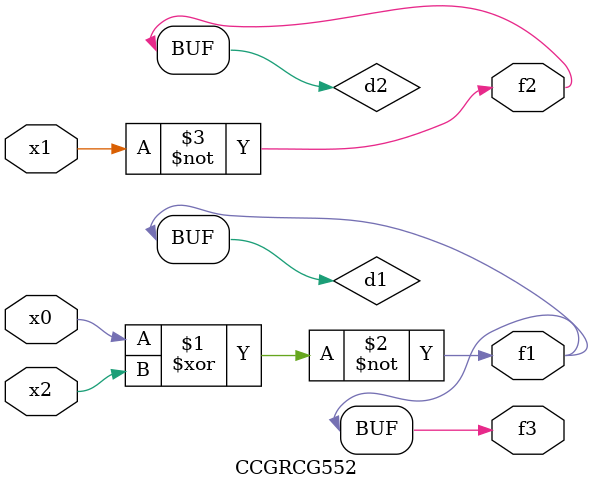
<source format=v>
module CCGRCG552(
	input x0, x1, x2,
	output f1, f2, f3
);

	wire d1, d2, d3;

	xnor (d1, x0, x2);
	nand (d2, x1);
	nor (d3, x1, x2);
	assign f1 = d1;
	assign f2 = d2;
	assign f3 = d1;
endmodule

</source>
